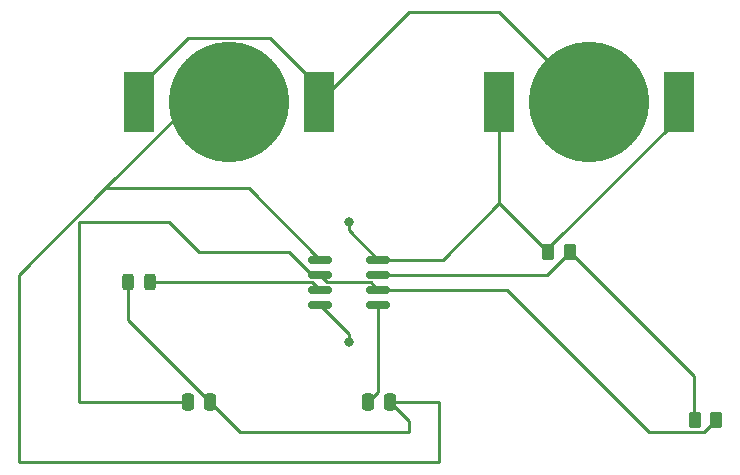
<source format=gbr>
%TF.GenerationSoftware,KiCad,Pcbnew,(6.0.2)*%
%TF.CreationDate,2022-02-27T09:47:09-08:00*%
%TF.ProjectId,intro project,696e7472-6f20-4707-926f-6a6563742e6b,rev?*%
%TF.SameCoordinates,Original*%
%TF.FileFunction,Copper,L1,Top*%
%TF.FilePolarity,Positive*%
%FSLAX46Y46*%
G04 Gerber Fmt 4.6, Leading zero omitted, Abs format (unit mm)*
G04 Created by KiCad (PCBNEW (6.0.2)) date 2022-02-27 09:47:09*
%MOMM*%
%LPD*%
G01*
G04 APERTURE LIST*
G04 Aperture macros list*
%AMRoundRect*
0 Rectangle with rounded corners*
0 $1 Rounding radius*
0 $2 $3 $4 $5 $6 $7 $8 $9 X,Y pos of 4 corners*
0 Add a 4 corners polygon primitive as box body*
4,1,4,$2,$3,$4,$5,$6,$7,$8,$9,$2,$3,0*
0 Add four circle primitives for the rounded corners*
1,1,$1+$1,$2,$3*
1,1,$1+$1,$4,$5*
1,1,$1+$1,$6,$7*
1,1,$1+$1,$8,$9*
0 Add four rect primitives between the rounded corners*
20,1,$1+$1,$2,$3,$4,$5,0*
20,1,$1+$1,$4,$5,$6,$7,0*
20,1,$1+$1,$6,$7,$8,$9,0*
20,1,$1+$1,$8,$9,$2,$3,0*%
G04 Aperture macros list end*
%TA.AperFunction,SMDPad,CuDef*%
%ADD10RoundRect,0.150000X-0.825000X-0.150000X0.825000X-0.150000X0.825000X0.150000X-0.825000X0.150000X0*%
%TD*%
%TA.AperFunction,SMDPad,CuDef*%
%ADD11RoundRect,0.250000X-0.262500X-0.450000X0.262500X-0.450000X0.262500X0.450000X-0.262500X0.450000X0*%
%TD*%
%TA.AperFunction,SMDPad,CuDef*%
%ADD12RoundRect,0.243750X-0.243750X-0.456250X0.243750X-0.456250X0.243750X0.456250X-0.243750X0.456250X0*%
%TD*%
%TA.AperFunction,SMDPad,CuDef*%
%ADD13RoundRect,0.250000X-0.250000X-0.475000X0.250000X-0.475000X0.250000X0.475000X-0.250000X0.475000X0*%
%TD*%
%TA.AperFunction,SMDPad,CuDef*%
%ADD14R,2.500000X5.100000*%
%TD*%
%TA.AperFunction,SMDPad,CuDef*%
%ADD15C,10.200000*%
%TD*%
%TA.AperFunction,ViaPad*%
%ADD16C,0.800000*%
%TD*%
%TA.AperFunction,Conductor*%
%ADD17C,0.250000*%
%TD*%
G04 APERTURE END LIST*
D10*
%TO.P,U1,1,GND*%
%TO.N,GND*%
X114365000Y-76835000D03*
%TO.P,U1,2,TR*%
%TO.N,Net-(C2-Pad1)*%
X114365000Y-78105000D03*
%TO.P,U1,3,Q*%
%TO.N,Net-(D1-Pad2)*%
X114365000Y-79375000D03*
%TO.P,U1,4,R*%
%TO.N,VCC*%
X114365000Y-80645000D03*
%TO.P,U1,5,CV*%
%TO.N,Net-(C1-Pad1)*%
X119315000Y-80645000D03*
%TO.P,U1,6,THR*%
%TO.N,Net-(C2-Pad1)*%
X119315000Y-79375000D03*
%TO.P,U1,7,DIS*%
%TO.N,Net-(R1-Pad2)*%
X119315000Y-78105000D03*
%TO.P,U1,8,VCC*%
%TO.N,VCC*%
X119315000Y-76835000D03*
%TD*%
D11*
%TO.P,R2,1*%
%TO.N,Net-(R1-Pad2)*%
X146113214Y-90415480D03*
%TO.P,R2,2*%
%TO.N,Net-(C2-Pad1)*%
X147938214Y-90415480D03*
%TD*%
%TO.P,R1,1*%
%TO.N,VCC*%
X133707500Y-76200000D03*
%TO.P,R1,2*%
%TO.N,Net-(R1-Pad2)*%
X135532500Y-76200000D03*
%TD*%
D12*
%TO.P,D1,2,A*%
%TO.N,Net-(D1-Pad2)*%
X99997500Y-78740000D03*
%TO.P,D1,1,K*%
%TO.N,GND*%
X98122500Y-78740000D03*
%TD*%
D13*
%TO.P,C2,1*%
%TO.N,Net-(C2-Pad1)*%
X103190000Y-88900000D03*
%TO.P,C2,2*%
%TO.N,GND*%
X105090000Y-88900000D03*
%TD*%
%TO.P,C1,2*%
%TO.N,GND*%
X120330000Y-88900000D03*
%TO.P,C1,1*%
%TO.N,Net-(C1-Pad1)*%
X118430000Y-88900000D03*
%TD*%
D14*
%TO.P,BT2,1,+*%
%TO.N,Net-(BT1-Pad2)*%
X114280000Y-63500000D03*
X99080000Y-63500000D03*
D15*
%TO.P,BT2,2,-*%
%TO.N,GND*%
X106680000Y-63500000D03*
%TD*%
D14*
%TO.P,BT1,1,+*%
%TO.N,VCC*%
X144760000Y-63500000D03*
X129560000Y-63500000D03*
D15*
%TO.P,BT1,2,-*%
%TO.N,Net-(BT1-Pad2)*%
X137160000Y-63500000D03*
%TD*%
D16*
%TO.N,VCC*%
X116840000Y-83820000D03*
X116840000Y-83820000D03*
X116840000Y-73660000D03*
%TD*%
D17*
%TO.N,VCC*%
X116840000Y-74360000D02*
X116840000Y-73660000D01*
X119315000Y-76835000D02*
X116840000Y-74360000D01*
X116840000Y-83120000D02*
X114365000Y-80645000D01*
X116840000Y-83820000D02*
X116840000Y-83120000D01*
%TO.N,Net-(C2-Pad1)*%
X146913694Y-91440000D02*
X147938214Y-90415480D01*
X142240000Y-91440000D02*
X146913694Y-91440000D01*
X130175000Y-79375000D02*
X142240000Y-91440000D01*
X119315000Y-79375000D02*
X130175000Y-79375000D01*
%TO.N,Net-(BT1-Pad2)*%
X129540000Y-55880000D02*
X137160000Y-63500000D01*
X121920000Y-55880000D02*
X129540000Y-55880000D01*
%TO.N,Net-(R1-Pad2)*%
X146033214Y-90335480D02*
X146033214Y-86700714D01*
X146033214Y-86700714D02*
X135532500Y-76200000D01*
X146113214Y-90415480D02*
X146033214Y-90335480D01*
%TO.N,Net-(C2-Pad1)*%
X118680000Y-78740000D02*
X115000000Y-78740000D01*
X115000000Y-78740000D02*
X114365000Y-78105000D01*
X119315000Y-79375000D02*
X118680000Y-78740000D01*
%TO.N,VCC*%
X115128928Y-80645000D02*
X114365000Y-80645000D01*
%TO.N,GND*%
X108332141Y-70802141D02*
X96202141Y-70802141D01*
X114365000Y-76835000D02*
X108332141Y-70802141D01*
X96202141Y-70802141D02*
X103504283Y-63500000D01*
X88900000Y-78104283D02*
X96202141Y-70802141D01*
X103504283Y-63500000D02*
X106680000Y-63500000D01*
X88900000Y-93980000D02*
X88900000Y-78104283D01*
X124460000Y-93980000D02*
X88900000Y-93980000D01*
X124460000Y-88900000D02*
X124460000Y-93980000D01*
X120330000Y-88900000D02*
X124460000Y-88900000D01*
%TO.N,Net-(D1-Pad2)*%
X113730000Y-78740000D02*
X114365000Y-79375000D01*
X99997500Y-78740000D02*
X113730000Y-78740000D01*
%TO.N,GND*%
X98122500Y-81932500D02*
X98122500Y-78740000D01*
X105090000Y-88900000D02*
X98122500Y-81932500D01*
%TO.N,Net-(C2-Pad1)*%
X93980000Y-88900000D02*
X103190000Y-88900000D01*
X93980000Y-73660000D02*
X93980000Y-88900000D01*
X101600000Y-73660000D02*
X93980000Y-73660000D01*
X104140000Y-76200000D02*
X101600000Y-73660000D01*
X111760000Y-76200000D02*
X104140000Y-76200000D01*
X113665000Y-78105000D02*
X111760000Y-76200000D01*
X114365000Y-78105000D02*
X113665000Y-78105000D01*
%TO.N,Net-(C1-Pad1)*%
X118430000Y-88900000D02*
X119315000Y-88015000D01*
X119315000Y-88015000D02*
X119315000Y-80645000D01*
%TO.N,GND*%
X107630000Y-91440000D02*
X105090000Y-88900000D01*
X121920000Y-91440000D02*
X107630000Y-91440000D01*
X121920000Y-90490000D02*
X121920000Y-91440000D01*
X120330000Y-88900000D02*
X121920000Y-90490000D01*
%TO.N,Net-(R1-Pad2)*%
X119315000Y-78105000D02*
X133627500Y-78105000D01*
X133627500Y-78105000D02*
X135532500Y-76200000D01*
%TO.N,VCC*%
X124777500Y-76835000D02*
X129560000Y-72052500D01*
X119315000Y-76835000D02*
X124777500Y-76835000D01*
X133707500Y-75852500D02*
X133707500Y-76200000D01*
X144760000Y-64800000D02*
X133707500Y-75852500D01*
X144760000Y-63500000D02*
X144760000Y-64800000D01*
X129560000Y-72052500D02*
X133707500Y-76200000D01*
X129560000Y-63500000D02*
X129560000Y-72052500D01*
%TO.N,Net-(BT1-Pad2)*%
X114280000Y-62200000D02*
X114280000Y-63500000D01*
X103204511Y-58075489D02*
X110155489Y-58075489D01*
X99080000Y-62200000D02*
X103204511Y-58075489D01*
X99080000Y-63500000D02*
X99080000Y-62200000D01*
X110155489Y-58075489D02*
X114280000Y-62200000D01*
X114300000Y-63500000D02*
X121920000Y-55880000D01*
X114280000Y-63500000D02*
X114300000Y-63500000D01*
%TD*%
M02*

</source>
